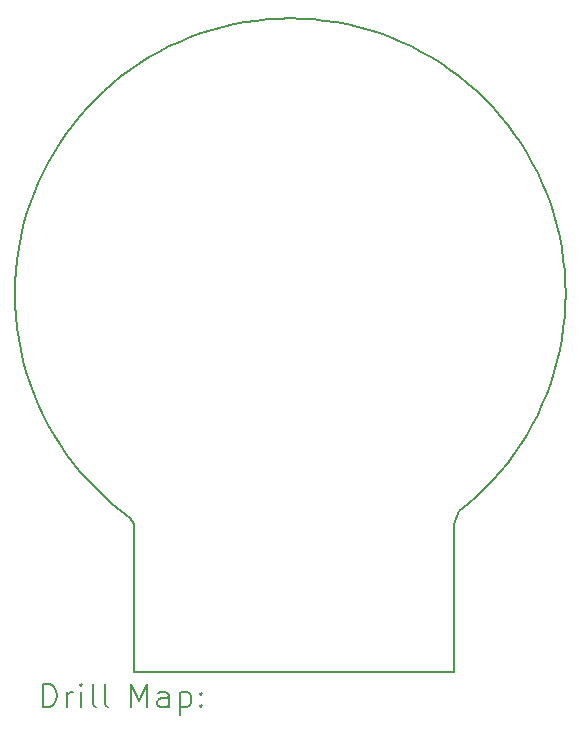
<source format=gbr>
%TF.GenerationSoftware,KiCad,Pcbnew,(6.99.0-2452-gdb4f2d9dd8)*%
%TF.CreationDate,2022-08-02T13:39:33-05:00*%
%TF.ProjectId,RB,52422e6b-6963-4616-945f-706362585858,rev?*%
%TF.SameCoordinates,Original*%
%TF.FileFunction,Drillmap*%
%TF.FilePolarity,Positive*%
%FSLAX45Y45*%
G04 Gerber Fmt 4.5, Leading zero omitted, Abs format (unit mm)*
G04 Created by KiCad (PCBNEW (6.99.0-2452-gdb4f2d9dd8)) date 2022-08-02 13:39:33*
%MOMM*%
%LPD*%
G01*
G04 APERTURE LIST*
%ADD10C,0.200000*%
G04 APERTURE END LIST*
D10*
X20796315Y-5641493D02*
X20892465Y-5647463D01*
X20988287Y-5657400D01*
X21083616Y-5671289D01*
X21178289Y-5689106D01*
X21272146Y-5710820D01*
X21365025Y-5736394D01*
X21456767Y-5765784D01*
X21547217Y-5798941D01*
X21636219Y-5835807D01*
X21723622Y-5876319D01*
X21809276Y-5920409D01*
X21893035Y-5968001D01*
X21974756Y-6019013D01*
X22054298Y-6073359D01*
X22131527Y-6130946D01*
X22206310Y-6191675D01*
X22278520Y-6255442D01*
X22348032Y-6322140D01*
X22414729Y-6391652D01*
X22478497Y-6463862D01*
X22539226Y-6538645D01*
X22596813Y-6615874D01*
X22651159Y-6695416D01*
X22702171Y-6777137D01*
X22749763Y-6860896D01*
X22793853Y-6946550D01*
X22834365Y-7033953D01*
X22871231Y-7122955D01*
X22904388Y-7213405D01*
X22933778Y-7305147D01*
X22959352Y-7398026D01*
X22981066Y-7491883D01*
X22998882Y-7586556D01*
X23012772Y-7681885D01*
X23022709Y-7777707D01*
X23028679Y-7873857D01*
X23030670Y-7970172D01*
X23028679Y-8066487D01*
X23022709Y-8162637D01*
X23012772Y-8258459D01*
X22998882Y-8353788D01*
X22981066Y-8448461D01*
X22959352Y-8542318D01*
X22933778Y-8635197D01*
X22904388Y-8726939D01*
X22871231Y-8817389D01*
X22834365Y-8906391D01*
X22793853Y-8993794D01*
X22749763Y-9079448D01*
X22702171Y-9163207D01*
X22651159Y-9244928D01*
X22596813Y-9324470D01*
X22539226Y-9401699D01*
X22478497Y-9476482D01*
X22414729Y-9548692D01*
X22348032Y-9618204D01*
X22278520Y-9684902D01*
X22206310Y-9748669D01*
X22131527Y-9809398D01*
X22090000Y-9920000D01*
X22090000Y-11170000D01*
X19380000Y-11170000D01*
X19380000Y-9920000D01*
X19345702Y-9866985D01*
X19268473Y-9809398D01*
X19193690Y-9748669D01*
X19121480Y-9684902D01*
X19051968Y-9618204D01*
X18985271Y-9548692D01*
X18921503Y-9476482D01*
X18860774Y-9401699D01*
X18803187Y-9324470D01*
X18748841Y-9244928D01*
X18697829Y-9163207D01*
X18650237Y-9079448D01*
X18606147Y-8993794D01*
X18565635Y-8906391D01*
X18528769Y-8817389D01*
X18495612Y-8726939D01*
X18466222Y-8635197D01*
X18440648Y-8542318D01*
X18418934Y-8448461D01*
X18401118Y-8353788D01*
X18387228Y-8258459D01*
X18377291Y-8162637D01*
X18371321Y-8066487D01*
X18369330Y-7970172D01*
X18371321Y-7873857D01*
X18377291Y-7777707D01*
X18387228Y-7681885D01*
X18401118Y-7586556D01*
X18418934Y-7491883D01*
X18440648Y-7398026D01*
X18466222Y-7305147D01*
X18495612Y-7213405D01*
X18528769Y-7122955D01*
X18565635Y-7033953D01*
X18606147Y-6946550D01*
X18650237Y-6860896D01*
X18697829Y-6777137D01*
X18748841Y-6695416D01*
X18803187Y-6615874D01*
X18860774Y-6538645D01*
X18921503Y-6463862D01*
X18985271Y-6391652D01*
X19051968Y-6322140D01*
X19121480Y-6255442D01*
X19193690Y-6191675D01*
X19268473Y-6130946D01*
X19345702Y-6073359D01*
X19425244Y-6019013D01*
X19506965Y-5968001D01*
X19590724Y-5920409D01*
X19676378Y-5876319D01*
X19763781Y-5835807D01*
X19852783Y-5798941D01*
X19943233Y-5765784D01*
X20034976Y-5736394D01*
X20127854Y-5710820D01*
X20221711Y-5689106D01*
X20316384Y-5671289D01*
X20411713Y-5657400D01*
X20507535Y-5647463D01*
X20603685Y-5641493D01*
X20700000Y-5639502D01*
X20796315Y-5641493D01*
X18606949Y-11473476D02*
X18606949Y-11273476D01*
X18606949Y-11273476D02*
X18654568Y-11273476D01*
X18654568Y-11273476D02*
X18683140Y-11283000D01*
X18683140Y-11283000D02*
X18702187Y-11302048D01*
X18702187Y-11302048D02*
X18711711Y-11321095D01*
X18711711Y-11321095D02*
X18721235Y-11359190D01*
X18721235Y-11359190D02*
X18721235Y-11387762D01*
X18721235Y-11387762D02*
X18711711Y-11425857D01*
X18711711Y-11425857D02*
X18702187Y-11444905D01*
X18702187Y-11444905D02*
X18683140Y-11463952D01*
X18683140Y-11463952D02*
X18654568Y-11473476D01*
X18654568Y-11473476D02*
X18606949Y-11473476D01*
X18806949Y-11473476D02*
X18806949Y-11340143D01*
X18806949Y-11378238D02*
X18816473Y-11359190D01*
X18816473Y-11359190D02*
X18825997Y-11349667D01*
X18825997Y-11349667D02*
X18845044Y-11340143D01*
X18845044Y-11340143D02*
X18864092Y-11340143D01*
X18930759Y-11473476D02*
X18930759Y-11340143D01*
X18930759Y-11273476D02*
X18921235Y-11283000D01*
X18921235Y-11283000D02*
X18930759Y-11292524D01*
X18930759Y-11292524D02*
X18940283Y-11283000D01*
X18940283Y-11283000D02*
X18930759Y-11273476D01*
X18930759Y-11273476D02*
X18930759Y-11292524D01*
X19054568Y-11473476D02*
X19035521Y-11463952D01*
X19035521Y-11463952D02*
X19025997Y-11444905D01*
X19025997Y-11444905D02*
X19025997Y-11273476D01*
X19159330Y-11473476D02*
X19140283Y-11463952D01*
X19140283Y-11463952D02*
X19130759Y-11444905D01*
X19130759Y-11444905D02*
X19130759Y-11273476D01*
X19355521Y-11473476D02*
X19355521Y-11273476D01*
X19355521Y-11273476D02*
X19422187Y-11416333D01*
X19422187Y-11416333D02*
X19488854Y-11273476D01*
X19488854Y-11273476D02*
X19488854Y-11473476D01*
X19669806Y-11473476D02*
X19669806Y-11368714D01*
X19669806Y-11368714D02*
X19660283Y-11349667D01*
X19660283Y-11349667D02*
X19641235Y-11340143D01*
X19641235Y-11340143D02*
X19603140Y-11340143D01*
X19603140Y-11340143D02*
X19584092Y-11349667D01*
X19669806Y-11463952D02*
X19650759Y-11473476D01*
X19650759Y-11473476D02*
X19603140Y-11473476D01*
X19603140Y-11473476D02*
X19584092Y-11463952D01*
X19584092Y-11463952D02*
X19574568Y-11444905D01*
X19574568Y-11444905D02*
X19574568Y-11425857D01*
X19574568Y-11425857D02*
X19584092Y-11406809D01*
X19584092Y-11406809D02*
X19603140Y-11397286D01*
X19603140Y-11397286D02*
X19650759Y-11397286D01*
X19650759Y-11397286D02*
X19669806Y-11387762D01*
X19765044Y-11340143D02*
X19765044Y-11540143D01*
X19765044Y-11349667D02*
X19784092Y-11340143D01*
X19784092Y-11340143D02*
X19822187Y-11340143D01*
X19822187Y-11340143D02*
X19841235Y-11349667D01*
X19841235Y-11349667D02*
X19850759Y-11359190D01*
X19850759Y-11359190D02*
X19860283Y-11378238D01*
X19860283Y-11378238D02*
X19860283Y-11435381D01*
X19860283Y-11435381D02*
X19850759Y-11454428D01*
X19850759Y-11454428D02*
X19841235Y-11463952D01*
X19841235Y-11463952D02*
X19822187Y-11473476D01*
X19822187Y-11473476D02*
X19784092Y-11473476D01*
X19784092Y-11473476D02*
X19765044Y-11463952D01*
X19945997Y-11454428D02*
X19955521Y-11463952D01*
X19955521Y-11463952D02*
X19945997Y-11473476D01*
X19945997Y-11473476D02*
X19936473Y-11463952D01*
X19936473Y-11463952D02*
X19945997Y-11454428D01*
X19945997Y-11454428D02*
X19945997Y-11473476D01*
X19945997Y-11349667D02*
X19955521Y-11359190D01*
X19955521Y-11359190D02*
X19945997Y-11368714D01*
X19945997Y-11368714D02*
X19936473Y-11359190D01*
X19936473Y-11359190D02*
X19945997Y-11349667D01*
X19945997Y-11349667D02*
X19945997Y-11368714D01*
M02*

</source>
